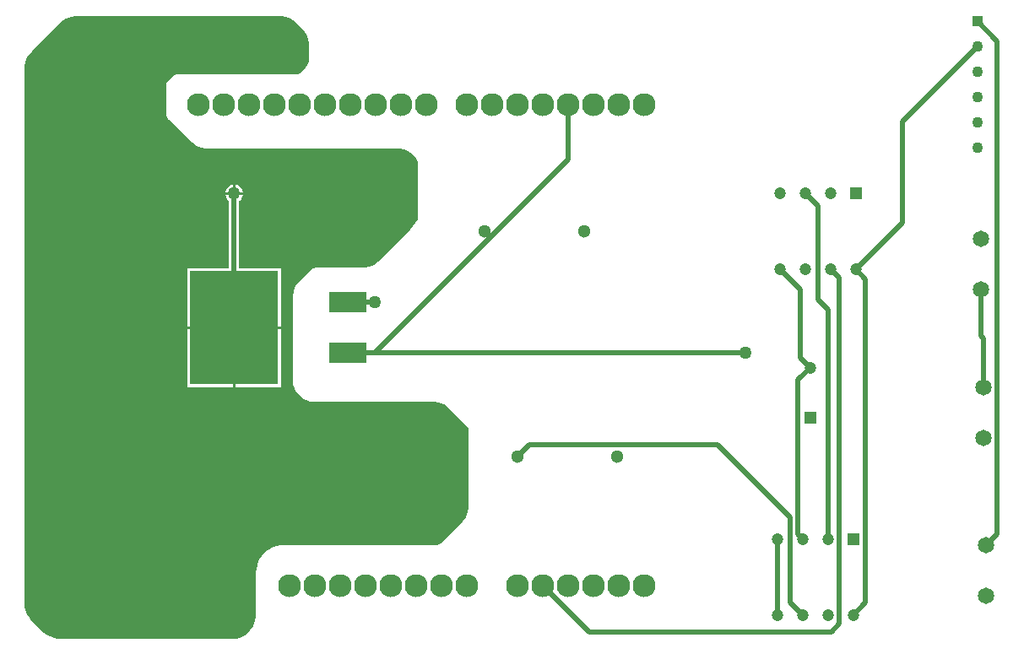
<source format=gbr>
G04*
G04 #@! TF.GenerationSoftware,Altium Limited,Altium Designer,24.10.1 (45)*
G04*
G04 Layer_Physical_Order=1*
G04 Layer_Color=255*
%FSLAX44Y44*%
%MOMM*%
G71*
G04*
G04 #@! TF.SameCoordinates,6965692F-E9A8-49B1-8EC0-743354621B2D*
G04*
G04*
G04 #@! TF.FilePolarity,Positive*
G04*
G01*
G75*
%ADD18R,3.8100X2.0800*%
%ADD19R,8.8900X11.4300*%
%ADD30C,0.5080*%
%ADD31C,1.3000*%
%ADD32C,2.3000*%
%ADD33R,1.1000X1.1000*%
%ADD34C,1.1000*%
%ADD35C,1.6500*%
%ADD36R,1.2000X1.2000*%
%ADD37C,1.2000*%
%ADD38C,1.2700*%
G36*
X871117Y1085480D02*
X875740Y1083566D01*
X879900Y1080786D01*
X881669Y1079017D01*
X881669Y1079017D01*
X888879Y1071807D01*
X891658Y1067647D01*
X893573Y1063024D01*
X894549Y1058117D01*
Y1043037D01*
X893960Y1040075D01*
X892804Y1037285D01*
X891127Y1034774D01*
X885357Y1029005D01*
X884647Y1028530D01*
X883858Y1028203D01*
X883020Y1028037D01*
X765009D01*
X763807Y1027978D01*
X761449Y1027508D01*
X759228Y1026588D01*
X757229Y1025253D01*
X756337Y1024444D01*
X751039Y1019147D01*
Y988667D01*
X751083Y987765D01*
X751435Y985996D01*
X752125Y984331D01*
X753127Y982831D01*
X753733Y982162D01*
X775350Y960546D01*
X777197Y958872D01*
X781337Y956106D01*
X785937Y954200D01*
X790820Y953229D01*
X793310Y953107D01*
X985494D01*
X989683Y952273D01*
X993628Y950639D01*
X997179Y948266D01*
X998689Y946757D01*
X999897Y945549D01*
X1001795Y942708D01*
X1003103Y939551D01*
X1003769Y936201D01*
Y934492D01*
Y881987D01*
X996149Y871827D01*
X965489Y841166D01*
X963720Y839397D01*
X959559Y836617D01*
X954937Y834703D01*
X950030Y833727D01*
X902169D01*
X901267Y833682D01*
X899771Y833384D01*
X899499Y833331D01*
X899499Y833330D01*
X897833Y832640D01*
X897833Y832640D01*
X896334Y831639D01*
X895665Y831032D01*
X895665Y831032D01*
Y831032D01*
X885479Y820846D01*
X883805Y818999D01*
X881038Y814859D01*
X879133Y810259D01*
X878161Y805375D01*
X878039Y802886D01*
Y718157D01*
X878098Y716954D01*
X878567Y714596D01*
X879487Y712375D01*
X879488Y712374D01*
X880823Y710376D01*
X881631Y709485D01*
X881631Y709484D01*
X881631Y709484D01*
X888199Y702916D01*
X889145Y702059D01*
X891265Y700642D01*
X893621Y699667D01*
X896122Y699169D01*
X897397Y699107D01*
X1019880D01*
X1024787Y698130D01*
X1029409Y696216D01*
X1033570Y693436D01*
X1035339Y691667D01*
X1035339Y691667D01*
X1054569Y672437D01*
Y595328D01*
Y592826D01*
X1053593Y587919D01*
X1051678Y583296D01*
X1050248Y581156D01*
X1047130Y577367D01*
X1047130D01*
X1047130Y577367D01*
X1027295Y557533D01*
X1025875Y556584D01*
X1024297Y555930D01*
X1022621Y555597D01*
X868240D01*
X865751Y555474D01*
X860867Y554503D01*
X856267Y552597D01*
X854116Y551160D01*
X852126Y549831D01*
X850280Y548157D01*
X850280Y548157D01*
X850278Y548156D01*
X848649Y546526D01*
X846977Y544682D01*
X846975Y544679D01*
X846853Y544497D01*
X844208Y540539D01*
X842303Y535939D01*
X841331Y531055D01*
X841209Y528565D01*
Y486108D01*
Y483606D01*
X840233Y478699D01*
X838318Y474076D01*
X836888Y471936D01*
X833770Y468147D01*
D01*
X830077Y464798D01*
X828270Y463591D01*
X825114Y462283D01*
X821763Y461617D01*
X641943D01*
X637204Y462559D01*
X632741Y464408D01*
X628723Y467093D01*
X627015Y468801D01*
Y468801D01*
X615149Y480667D01*
X613639Y482176D01*
X611267Y485727D01*
X609632Y489673D01*
X608799Y493862D01*
Y495997D01*
Y1032756D01*
Y1035257D01*
X609775Y1040164D01*
X611690Y1044787D01*
X614470Y1048947D01*
X616239Y1050716D01*
Y1050716D01*
X644540Y1079017D01*
X646309Y1080786D01*
X650469Y1083566D01*
X655091Y1085480D01*
X659998Y1086457D01*
X866210D01*
X871117Y1085480D01*
D02*
G37*
%LPC*%
G36*
X820420Y916913D02*
Y909320D01*
X828013D01*
X827434Y911481D01*
X826264Y913509D01*
X824609Y915164D01*
X822581Y916334D01*
X820420Y916913D01*
D02*
G37*
G36*
X817880D02*
X815719Y916334D01*
X813691Y915164D01*
X812036Y913509D01*
X810866Y911481D01*
X810287Y909320D01*
X817880D01*
Y916913D01*
D02*
G37*
G36*
X828013Y906780D02*
X810287D01*
X810866Y904619D01*
X812036Y902591D01*
X813691Y900936D01*
X813970Y900775D01*
Y833120D01*
X772160D01*
Y774700D01*
X819150D01*
X866140D01*
Y833120D01*
X824330D01*
Y900775D01*
X824609Y900936D01*
X826264Y902591D01*
X827434Y904619D01*
X828013Y906780D01*
D02*
G37*
G36*
X866140Y772160D02*
X820420D01*
Y713740D01*
X866140D01*
Y772160D01*
D02*
G37*
G36*
X817880D02*
X772160D01*
Y713740D01*
X817880D01*
Y772160D01*
D02*
G37*
%LPD*%
D18*
X933450Y798830D02*
D03*
Y748030D02*
D03*
D19*
X819150Y773430D02*
D03*
D30*
Y908050D01*
X1366520Y831850D02*
X1386840Y811530D01*
Y743420D02*
X1397000Y733260D01*
X1386840Y743420D02*
Y811530D01*
X960120Y748030D02*
X1332230D01*
X933450D02*
X960120D01*
X1440180Y485140D02*
X1452372Y497332D01*
Y822198D01*
X1442720Y831850D02*
X1452372Y822198D01*
X1384808Y721068D02*
X1397000Y733260D01*
X1384808Y565912D02*
Y721068D01*
Y565912D02*
X1389380Y561340D01*
X1568450Y765302D02*
Y811530D01*
Y765302D02*
X1570990Y762762D01*
Y713740D02*
Y762762D01*
X933450Y798830D02*
X960120D01*
X1103630Y643890D02*
X1115314Y655574D01*
X1304290D01*
X1376934Y582930D01*
Y497586D02*
Y582930D01*
Y497586D02*
X1389380Y485140D01*
X1417320Y831850D02*
X1425956Y823214D01*
Y476250D02*
Y823214D01*
X1418082Y468376D02*
X1425956Y476250D01*
X1175004Y468376D02*
X1418082D01*
X1129030Y514350D02*
X1175004Y468376D01*
X1154430Y942340D02*
Y996950D01*
X960120Y748030D02*
X1154430Y942340D01*
X1573530Y554990D02*
X1584452Y565912D01*
Y1060958D01*
X1564640Y1080770D02*
X1584452Y1060958D01*
X1442720Y831850D02*
X1489456Y878586D01*
Y980186D01*
X1564640Y1055370D01*
X1414780Y561340D02*
Y791718D01*
X1404620Y801878D02*
X1414780Y791718D01*
X1404620Y801878D02*
Y895350D01*
X1391920Y908050D02*
X1404620Y895350D01*
X1363980Y485140D02*
Y561340D01*
D31*
X1170610Y869950D02*
D03*
X1070610D02*
D03*
X1103630Y643890D02*
D03*
X1203630D02*
D03*
D32*
X1052830Y996950D02*
D03*
X1078230D02*
D03*
X1103630D02*
D03*
X1129030D02*
D03*
X1154430D02*
D03*
X1179830D02*
D03*
X1205230D02*
D03*
X1230630D02*
D03*
X783590D02*
D03*
X808990D02*
D03*
X834390D02*
D03*
X859790D02*
D03*
X885190D02*
D03*
X910590D02*
D03*
X935990D02*
D03*
X961390D02*
D03*
X986790D02*
D03*
X1012190D02*
D03*
X1230630Y514350D02*
D03*
X1205230D02*
D03*
X1179830D02*
D03*
X1154430D02*
D03*
X1129030D02*
D03*
X1103630D02*
D03*
X1052830D02*
D03*
X1027430D02*
D03*
X1002030D02*
D03*
X976630D02*
D03*
X951230D02*
D03*
X925830D02*
D03*
X900430D02*
D03*
X875030D02*
D03*
D33*
X1564640Y1080770D02*
D03*
D34*
Y1055370D02*
D03*
Y1029970D02*
D03*
Y1004570D02*
D03*
Y979170D02*
D03*
Y953770D02*
D03*
D35*
X1570990Y662940D02*
D03*
Y713740D02*
D03*
X1568450Y811530D02*
D03*
Y862330D02*
D03*
X1573530Y504190D02*
D03*
Y554990D02*
D03*
D36*
X1397000Y683260D02*
D03*
X1442720Y908050D02*
D03*
X1440180Y561340D02*
D03*
D37*
X1397000Y733260D02*
D03*
X1442720Y831850D02*
D03*
X1417320D02*
D03*
X1391920D02*
D03*
X1366520D02*
D03*
Y908050D02*
D03*
X1391920D02*
D03*
X1417320D02*
D03*
X1440180Y485140D02*
D03*
X1414780D02*
D03*
X1389380D02*
D03*
X1363980D02*
D03*
Y561340D02*
D03*
X1389380D02*
D03*
X1414780D02*
D03*
D38*
X1041400Y673100D02*
D03*
X1047750Y660400D02*
D03*
X1041400Y647700D02*
D03*
X1047750Y635000D02*
D03*
X1041400Y622300D02*
D03*
X1047750Y609600D02*
D03*
X1041400Y596900D02*
D03*
X1028700Y673100D02*
D03*
X1035050Y660400D02*
D03*
X1028700Y647700D02*
D03*
X1035050Y635000D02*
D03*
X1028700Y622300D02*
D03*
X1035050Y609600D02*
D03*
X1028700Y596900D02*
D03*
X1035050Y584200D02*
D03*
X1028700Y571500D02*
D03*
X1022350Y685800D02*
D03*
X1016000Y673100D02*
D03*
X1022350Y660400D02*
D03*
X1016000Y647700D02*
D03*
X1022350Y635000D02*
D03*
X1016000Y622300D02*
D03*
X1022350Y609600D02*
D03*
X1016000Y596900D02*
D03*
X1022350Y584200D02*
D03*
X1016000Y571500D02*
D03*
X1009650Y685800D02*
D03*
X1003300Y673100D02*
D03*
X1009650Y660400D02*
D03*
X1003300Y647700D02*
D03*
X1009650Y635000D02*
D03*
X1003300Y622300D02*
D03*
X1009650Y609600D02*
D03*
X1003300Y596900D02*
D03*
X1009650Y584200D02*
D03*
X1003300Y571500D02*
D03*
X990600Y901700D02*
D03*
X996950Y889000D02*
D03*
X990600Y876300D02*
D03*
X996950Y685800D02*
D03*
X990600Y673100D02*
D03*
X996950Y660400D02*
D03*
X990600Y647700D02*
D03*
X996950Y635000D02*
D03*
X990600Y622300D02*
D03*
X996950Y609600D02*
D03*
X990600Y596900D02*
D03*
X996950Y584200D02*
D03*
X990600Y571500D02*
D03*
X984250Y939800D02*
D03*
X977900Y901700D02*
D03*
X984250Y889000D02*
D03*
X977900Y876300D02*
D03*
X984250Y685800D02*
D03*
X977900Y673100D02*
D03*
X984250Y660400D02*
D03*
X977900Y647700D02*
D03*
X984250Y635000D02*
D03*
X977900Y622300D02*
D03*
X984250Y609600D02*
D03*
X977900Y596900D02*
D03*
X984250Y584200D02*
D03*
X977900Y571500D02*
D03*
X971550Y939800D02*
D03*
X965200Y901700D02*
D03*
X971550Y889000D02*
D03*
X965200Y876300D02*
D03*
X971550Y863600D02*
D03*
X965200Y850900D02*
D03*
X971550Y685800D02*
D03*
X965200Y673100D02*
D03*
X971550Y660400D02*
D03*
X965200Y647700D02*
D03*
X971550Y635000D02*
D03*
X965200Y622300D02*
D03*
X971550Y609600D02*
D03*
X965200Y596900D02*
D03*
X971550Y584200D02*
D03*
X965200Y571500D02*
D03*
X958850Y939800D02*
D03*
X952500Y901700D02*
D03*
X958850Y889000D02*
D03*
X952500Y876300D02*
D03*
X958850Y863600D02*
D03*
X952500Y850900D02*
D03*
X958850Y685800D02*
D03*
X952500Y673100D02*
D03*
X958850Y660400D02*
D03*
X952500Y647700D02*
D03*
X958850Y635000D02*
D03*
X952500Y622300D02*
D03*
X958850Y609600D02*
D03*
X952500Y596900D02*
D03*
X958850Y584200D02*
D03*
X952500Y571500D02*
D03*
X946150Y939800D02*
D03*
X939800Y901700D02*
D03*
X946150Y889000D02*
D03*
X939800Y876300D02*
D03*
X946150Y863600D02*
D03*
X939800Y850900D02*
D03*
X946150Y685800D02*
D03*
X939800Y673100D02*
D03*
X946150Y660400D02*
D03*
X939800Y647700D02*
D03*
X946150Y635000D02*
D03*
X939800Y622300D02*
D03*
X946150Y609600D02*
D03*
X939800Y596900D02*
D03*
X946150Y584200D02*
D03*
X939800Y571500D02*
D03*
X933450Y939800D02*
D03*
X927100Y901700D02*
D03*
X933450Y889000D02*
D03*
X927100Y876300D02*
D03*
X933450Y863600D02*
D03*
X927100Y850900D02*
D03*
X933450Y685800D02*
D03*
X927100Y673100D02*
D03*
X933450Y660400D02*
D03*
X927100Y647700D02*
D03*
X933450Y635000D02*
D03*
X927100Y622300D02*
D03*
X933450Y609600D02*
D03*
X927100Y596900D02*
D03*
X933450Y584200D02*
D03*
X927100Y571500D02*
D03*
X920750Y939800D02*
D03*
X914400Y901700D02*
D03*
X920750Y889000D02*
D03*
X914400Y876300D02*
D03*
X920750Y863600D02*
D03*
X914400Y850900D02*
D03*
X920750Y685800D02*
D03*
X914400Y673100D02*
D03*
X920750Y660400D02*
D03*
X914400Y647700D02*
D03*
X920750Y635000D02*
D03*
X914400Y622300D02*
D03*
X920750Y609600D02*
D03*
X914400Y596900D02*
D03*
X920750Y584200D02*
D03*
X914400Y571500D02*
D03*
X908050Y939800D02*
D03*
X901700Y901700D02*
D03*
X908050Y889000D02*
D03*
X901700Y876300D02*
D03*
X908050Y863600D02*
D03*
X901700Y850900D02*
D03*
X908050Y685800D02*
D03*
X901700Y673100D02*
D03*
X908050Y660400D02*
D03*
X901700Y647700D02*
D03*
X908050Y635000D02*
D03*
X901700Y622300D02*
D03*
X908050Y609600D02*
D03*
X901700Y596900D02*
D03*
X908050Y584200D02*
D03*
X901700Y571500D02*
D03*
X895350Y939800D02*
D03*
X889000Y901700D02*
D03*
X895350Y889000D02*
D03*
X889000Y876300D02*
D03*
X895350Y863600D02*
D03*
X889000Y850900D02*
D03*
X895350Y685800D02*
D03*
X889000Y673100D02*
D03*
X895350Y660400D02*
D03*
X889000Y647700D02*
D03*
X895350Y635000D02*
D03*
X889000Y622300D02*
D03*
X895350Y609600D02*
D03*
X889000Y596900D02*
D03*
X895350Y584200D02*
D03*
X889000Y571500D02*
D03*
X882650Y1066800D02*
D03*
X876300Y1054100D02*
D03*
X882650Y1041400D02*
D03*
Y939800D02*
D03*
X876300Y901700D02*
D03*
X882650Y889000D02*
D03*
X876300Y876300D02*
D03*
X882650Y863600D02*
D03*
X876300Y850900D02*
D03*
X882650Y838200D02*
D03*
X876300Y825500D02*
D03*
Y698500D02*
D03*
X882650Y685800D02*
D03*
X876300Y673100D02*
D03*
X882650Y660400D02*
D03*
X876300Y647700D02*
D03*
X882650Y635000D02*
D03*
X876300Y622300D02*
D03*
X882650Y609600D02*
D03*
X876300Y596900D02*
D03*
X882650Y584200D02*
D03*
X876300Y571500D02*
D03*
X863600Y1079500D02*
D03*
X869950Y1066800D02*
D03*
X863600Y1054100D02*
D03*
X869950Y1041400D02*
D03*
Y939800D02*
D03*
X863600Y901700D02*
D03*
X869950Y889000D02*
D03*
X863600Y876300D02*
D03*
X869950Y863600D02*
D03*
X863600Y850900D02*
D03*
Y698500D02*
D03*
X869950Y685800D02*
D03*
X863600Y673100D02*
D03*
X869950Y660400D02*
D03*
X863600Y647700D02*
D03*
X869950Y635000D02*
D03*
X863600Y622300D02*
D03*
X869950Y609600D02*
D03*
X863600Y596900D02*
D03*
X869950Y584200D02*
D03*
X863600Y571500D02*
D03*
X850900Y1079500D02*
D03*
X857250Y1066800D02*
D03*
X850900Y1054100D02*
D03*
X857250Y1041400D02*
D03*
Y939800D02*
D03*
X850900Y901700D02*
D03*
X857250Y889000D02*
D03*
X850900Y876300D02*
D03*
X857250Y863600D02*
D03*
X850900Y850900D02*
D03*
Y698500D02*
D03*
X857250Y685800D02*
D03*
X850900Y673100D02*
D03*
X857250Y660400D02*
D03*
X850900Y647700D02*
D03*
X857250Y635000D02*
D03*
X850900Y622300D02*
D03*
X857250Y609600D02*
D03*
X850900Y596900D02*
D03*
X857250Y584200D02*
D03*
X850900Y571500D02*
D03*
X838200Y1079500D02*
D03*
X844550Y1066800D02*
D03*
X838200Y1054100D02*
D03*
X844550Y1041400D02*
D03*
Y939800D02*
D03*
X838200Y901700D02*
D03*
X844550Y889000D02*
D03*
X838200Y876300D02*
D03*
X844550Y863600D02*
D03*
X838200Y850900D02*
D03*
Y698500D02*
D03*
X844550Y685800D02*
D03*
X838200Y673100D02*
D03*
X844550Y660400D02*
D03*
X838200Y647700D02*
D03*
X844550Y635000D02*
D03*
X838200Y622300D02*
D03*
X844550Y609600D02*
D03*
X838200Y596900D02*
D03*
X844550Y584200D02*
D03*
X838200Y571500D02*
D03*
X844550Y558800D02*
D03*
X838200Y546100D02*
D03*
X825500Y1079500D02*
D03*
X831850Y1066800D02*
D03*
X825500Y1054100D02*
D03*
X831850Y1041400D02*
D03*
Y939800D02*
D03*
Y889000D02*
D03*
Y863600D02*
D03*
X825500Y698500D02*
D03*
X831850Y685800D02*
D03*
X825500Y673100D02*
D03*
X831850Y660400D02*
D03*
X825500Y647700D02*
D03*
X831850Y635000D02*
D03*
X825500Y622300D02*
D03*
X831850Y609600D02*
D03*
X825500Y596900D02*
D03*
X831850Y584200D02*
D03*
X825500Y571500D02*
D03*
X831850Y558800D02*
D03*
X825500Y546100D02*
D03*
X831850Y533400D02*
D03*
X825500Y520700D02*
D03*
X831850Y508000D02*
D03*
X825500Y495300D02*
D03*
X831850Y482600D02*
D03*
X825500Y469900D02*
D03*
X812800Y1079500D02*
D03*
X819150Y1066800D02*
D03*
X812800Y1054100D02*
D03*
X819150Y1041400D02*
D03*
Y939800D02*
D03*
X812800Y927100D02*
D03*
Y698500D02*
D03*
X819150Y685800D02*
D03*
X812800Y673100D02*
D03*
X819150Y660400D02*
D03*
X812800Y647700D02*
D03*
X819150Y635000D02*
D03*
X812800Y622300D02*
D03*
X819150Y609600D02*
D03*
X812800Y596900D02*
D03*
X819150Y584200D02*
D03*
X812800Y571500D02*
D03*
X819150Y558800D02*
D03*
X812800Y546100D02*
D03*
X819150Y533400D02*
D03*
X812800Y520700D02*
D03*
X819150Y508000D02*
D03*
X812800Y495300D02*
D03*
X819150Y482600D02*
D03*
X812800Y469900D02*
D03*
X800100Y1079500D02*
D03*
X806450Y1066800D02*
D03*
X800100Y1054100D02*
D03*
X806450Y1041400D02*
D03*
Y939800D02*
D03*
X800100Y927100D02*
D03*
Y901700D02*
D03*
X806450Y889000D02*
D03*
X800100Y876300D02*
D03*
X806450Y863600D02*
D03*
X800100Y850900D02*
D03*
Y698500D02*
D03*
X806450Y685800D02*
D03*
X800100Y673100D02*
D03*
X806450Y660400D02*
D03*
X800100Y647700D02*
D03*
X806450Y635000D02*
D03*
X800100Y622300D02*
D03*
X806450Y609600D02*
D03*
X800100Y596900D02*
D03*
X806450Y584200D02*
D03*
X800100Y571500D02*
D03*
X806450Y558800D02*
D03*
X800100Y546100D02*
D03*
X806450Y533400D02*
D03*
X800100Y520700D02*
D03*
X806450Y508000D02*
D03*
X800100Y495300D02*
D03*
X806450Y482600D02*
D03*
X800100Y469900D02*
D03*
X787400Y1079500D02*
D03*
X793750Y1066800D02*
D03*
X787400Y1054100D02*
D03*
X793750Y1041400D02*
D03*
Y939800D02*
D03*
X787400Y927100D02*
D03*
X793750Y914400D02*
D03*
X787400Y901700D02*
D03*
X793750Y889000D02*
D03*
X787400Y876300D02*
D03*
X793750Y863600D02*
D03*
X787400Y850900D02*
D03*
Y698500D02*
D03*
X793750Y685800D02*
D03*
X787400Y673100D02*
D03*
X793750Y660400D02*
D03*
X787400Y647700D02*
D03*
X793750Y635000D02*
D03*
X787400Y622300D02*
D03*
X793750Y609600D02*
D03*
X787400Y596900D02*
D03*
X793750Y584200D02*
D03*
X787400Y571500D02*
D03*
X793750Y558800D02*
D03*
X787400Y546100D02*
D03*
X793750Y533400D02*
D03*
X787400Y520700D02*
D03*
X793750Y508000D02*
D03*
X787400Y495300D02*
D03*
X793750Y482600D02*
D03*
X787400Y469900D02*
D03*
X774700Y1079500D02*
D03*
X781050Y1066800D02*
D03*
X774700Y1054100D02*
D03*
X781050Y1041400D02*
D03*
X774700Y952500D02*
D03*
X781050Y939800D02*
D03*
X774700Y927100D02*
D03*
X781050Y914400D02*
D03*
X774700Y901700D02*
D03*
X781050Y889000D02*
D03*
X774700Y876300D02*
D03*
X781050Y863600D02*
D03*
X774700Y850900D02*
D03*
Y698500D02*
D03*
X781050Y685800D02*
D03*
X774700Y673100D02*
D03*
X781050Y660400D02*
D03*
X774700Y647700D02*
D03*
X781050Y635000D02*
D03*
X774700Y622300D02*
D03*
X781050Y609600D02*
D03*
X774700Y596900D02*
D03*
X781050Y584200D02*
D03*
X774700Y571500D02*
D03*
X781050Y558800D02*
D03*
X774700Y546100D02*
D03*
X781050Y533400D02*
D03*
X774700Y520700D02*
D03*
X781050Y508000D02*
D03*
X774700Y495300D02*
D03*
X781050Y482600D02*
D03*
X774700Y469900D02*
D03*
X762000Y1079500D02*
D03*
X768350Y1066800D02*
D03*
X762000Y1054100D02*
D03*
X768350Y1041400D02*
D03*
X762000Y952500D02*
D03*
X768350Y939800D02*
D03*
X762000Y927100D02*
D03*
X768350Y914400D02*
D03*
X762000Y901700D02*
D03*
X768350Y889000D02*
D03*
X762000Y876300D02*
D03*
X768350Y863600D02*
D03*
X762000Y850900D02*
D03*
Y825500D02*
D03*
Y800100D02*
D03*
Y774700D02*
D03*
Y749300D02*
D03*
Y723900D02*
D03*
Y698500D02*
D03*
X768350Y685800D02*
D03*
X762000Y673100D02*
D03*
X768350Y660400D02*
D03*
X762000Y647700D02*
D03*
X768350Y635000D02*
D03*
X762000Y622300D02*
D03*
X768350Y609600D02*
D03*
X762000Y596900D02*
D03*
X768350Y584200D02*
D03*
X762000Y571500D02*
D03*
X768350Y558800D02*
D03*
X762000Y546100D02*
D03*
X768350Y533400D02*
D03*
X762000Y520700D02*
D03*
X768350Y508000D02*
D03*
X762000Y495300D02*
D03*
X768350Y482600D02*
D03*
X762000Y469900D02*
D03*
X749300Y1079500D02*
D03*
X755650Y1066800D02*
D03*
X749300Y1054100D02*
D03*
X755650Y1041400D02*
D03*
X749300Y1028700D02*
D03*
X755650Y965200D02*
D03*
X749300Y952500D02*
D03*
X755650Y939800D02*
D03*
X749300Y927100D02*
D03*
X755650Y914400D02*
D03*
X749300Y901700D02*
D03*
X755650Y889000D02*
D03*
X749300Y876300D02*
D03*
X755650Y863600D02*
D03*
X749300Y850900D02*
D03*
X755650Y838200D02*
D03*
X749300Y825500D02*
D03*
X755650Y812800D02*
D03*
X749300Y800100D02*
D03*
X755650Y787400D02*
D03*
X749300Y774700D02*
D03*
X755650Y762000D02*
D03*
X749300Y749300D02*
D03*
X755650Y736600D02*
D03*
X749300Y723900D02*
D03*
X755650Y711200D02*
D03*
X749300Y698500D02*
D03*
X755650Y685800D02*
D03*
X749300Y673100D02*
D03*
X755650Y660400D02*
D03*
X749300Y647700D02*
D03*
X755650Y635000D02*
D03*
X749300Y622300D02*
D03*
X755650Y609600D02*
D03*
X749300Y596900D02*
D03*
X755650Y584200D02*
D03*
X749300Y571500D02*
D03*
X755650Y558800D02*
D03*
X749300Y546100D02*
D03*
X755650Y533400D02*
D03*
X749300Y520700D02*
D03*
X755650Y508000D02*
D03*
X749300Y495300D02*
D03*
X755650Y482600D02*
D03*
X749300Y469900D02*
D03*
X736600Y1079500D02*
D03*
X742950Y1066800D02*
D03*
X736600Y1054100D02*
D03*
X742950Y1041400D02*
D03*
X736600Y1028700D02*
D03*
X742950Y1016000D02*
D03*
X736600Y1003300D02*
D03*
X742950Y990600D02*
D03*
X736600Y977900D02*
D03*
X742950Y965200D02*
D03*
X736600Y952500D02*
D03*
X742950Y939800D02*
D03*
X736600Y927100D02*
D03*
X742950Y914400D02*
D03*
X736600Y901700D02*
D03*
X742950Y889000D02*
D03*
X736600Y876300D02*
D03*
X742950Y863600D02*
D03*
X736600Y850900D02*
D03*
X742950Y838200D02*
D03*
X736600Y825500D02*
D03*
X742950Y812800D02*
D03*
X736600Y800100D02*
D03*
X742950Y787400D02*
D03*
X736600Y774700D02*
D03*
X742950Y762000D02*
D03*
X736600Y749300D02*
D03*
X742950Y736600D02*
D03*
X736600Y723900D02*
D03*
X742950Y711200D02*
D03*
X736600Y698500D02*
D03*
X742950Y685800D02*
D03*
X736600Y673100D02*
D03*
X742950Y660400D02*
D03*
X736600Y647700D02*
D03*
X742950Y635000D02*
D03*
X736600Y622300D02*
D03*
X742950Y609600D02*
D03*
X736600Y596900D02*
D03*
X742950Y584200D02*
D03*
X736600Y571500D02*
D03*
X742950Y558800D02*
D03*
X736600Y546100D02*
D03*
X742950Y533400D02*
D03*
X736600Y520700D02*
D03*
X742950Y508000D02*
D03*
X736600Y495300D02*
D03*
X742950Y482600D02*
D03*
X736600Y469900D02*
D03*
X723900Y1079500D02*
D03*
X730250Y1066800D02*
D03*
X723900Y1054100D02*
D03*
X730250Y1041400D02*
D03*
X723900Y1028700D02*
D03*
X730250Y1016000D02*
D03*
X723900Y1003300D02*
D03*
X730250Y990600D02*
D03*
X723900Y977900D02*
D03*
X730250Y965200D02*
D03*
X723900Y952500D02*
D03*
X730250Y939800D02*
D03*
X723900Y927100D02*
D03*
X730250Y914400D02*
D03*
X723900Y901700D02*
D03*
X730250Y889000D02*
D03*
X723900Y876300D02*
D03*
X730250Y863600D02*
D03*
X723900Y850900D02*
D03*
X730250Y838200D02*
D03*
X723900Y825500D02*
D03*
X730250Y812800D02*
D03*
X723900Y800100D02*
D03*
X730250Y787400D02*
D03*
X723900Y774700D02*
D03*
X730250Y762000D02*
D03*
X723900Y749300D02*
D03*
X730250Y736600D02*
D03*
X723900Y723900D02*
D03*
X730250Y711200D02*
D03*
X723900Y698500D02*
D03*
X730250Y685800D02*
D03*
X723900Y673100D02*
D03*
X730250Y660400D02*
D03*
X723900Y647700D02*
D03*
X730250Y635000D02*
D03*
X723900Y622300D02*
D03*
X730250Y609600D02*
D03*
X723900Y596900D02*
D03*
X730250Y584200D02*
D03*
X723900Y571500D02*
D03*
X730250Y558800D02*
D03*
X723900Y546100D02*
D03*
X730250Y533400D02*
D03*
X723900Y520700D02*
D03*
X730250Y508000D02*
D03*
X723900Y495300D02*
D03*
X730250Y482600D02*
D03*
X723900Y469900D02*
D03*
X711200Y1079500D02*
D03*
X717550Y1066800D02*
D03*
X711200Y1054100D02*
D03*
X717550Y1041400D02*
D03*
X711200Y1028700D02*
D03*
X717550Y1016000D02*
D03*
X711200Y1003300D02*
D03*
X717550Y990600D02*
D03*
X711200Y977900D02*
D03*
X717550Y965200D02*
D03*
X711200Y952500D02*
D03*
X717550Y939800D02*
D03*
X711200Y927100D02*
D03*
X717550Y914400D02*
D03*
X711200Y901700D02*
D03*
X717550Y889000D02*
D03*
X711200Y876300D02*
D03*
X717550Y863600D02*
D03*
X711200Y850900D02*
D03*
X717550Y838200D02*
D03*
X711200Y825500D02*
D03*
X717550Y812800D02*
D03*
X711200Y800100D02*
D03*
X717550Y787400D02*
D03*
X711200Y774700D02*
D03*
X717550Y762000D02*
D03*
X711200Y749300D02*
D03*
X717550Y736600D02*
D03*
X711200Y723900D02*
D03*
X717550Y711200D02*
D03*
X711200Y698500D02*
D03*
X717550Y685800D02*
D03*
X711200Y673100D02*
D03*
X717550Y660400D02*
D03*
X711200Y647700D02*
D03*
X717550Y635000D02*
D03*
X711200Y622300D02*
D03*
X717550Y609600D02*
D03*
X711200Y596900D02*
D03*
X717550Y584200D02*
D03*
X711200Y571500D02*
D03*
X717550Y558800D02*
D03*
X711200Y546100D02*
D03*
X717550Y533400D02*
D03*
X711200Y520700D02*
D03*
X717550Y508000D02*
D03*
X711200Y495300D02*
D03*
X717550Y482600D02*
D03*
X711200Y469900D02*
D03*
X698500Y1079500D02*
D03*
X704850Y1066800D02*
D03*
X698500Y1054100D02*
D03*
X704850Y1041400D02*
D03*
X698500Y1028700D02*
D03*
X704850Y1016000D02*
D03*
X698500Y1003300D02*
D03*
X704850Y990600D02*
D03*
X698500Y977900D02*
D03*
X704850Y965200D02*
D03*
X698500Y952500D02*
D03*
X704850Y939800D02*
D03*
X698500Y927100D02*
D03*
X704850Y914400D02*
D03*
X698500Y901700D02*
D03*
X704850Y889000D02*
D03*
X698500Y876300D02*
D03*
X704850Y863600D02*
D03*
X698500Y850900D02*
D03*
X704850Y838200D02*
D03*
X698500Y825500D02*
D03*
X704850Y812800D02*
D03*
X698500Y800100D02*
D03*
X704850Y787400D02*
D03*
X698500Y774700D02*
D03*
X704850Y762000D02*
D03*
X698500Y749300D02*
D03*
X704850Y736600D02*
D03*
X698500Y723900D02*
D03*
X704850Y711200D02*
D03*
X698500Y698500D02*
D03*
X704850Y685800D02*
D03*
X698500Y673100D02*
D03*
X704850Y660400D02*
D03*
X698500Y647700D02*
D03*
X704850Y635000D02*
D03*
X698500Y622300D02*
D03*
X704850Y609600D02*
D03*
X698500Y596900D02*
D03*
X704850Y584200D02*
D03*
X698500Y571500D02*
D03*
X704850Y558800D02*
D03*
X698500Y546100D02*
D03*
X704850Y533400D02*
D03*
X698500Y520700D02*
D03*
X704850Y508000D02*
D03*
X698500Y495300D02*
D03*
X704850Y482600D02*
D03*
X698500Y469900D02*
D03*
X685800Y1079500D02*
D03*
X692150Y1066800D02*
D03*
X685800Y1054100D02*
D03*
X692150Y1041400D02*
D03*
X685800Y1028700D02*
D03*
X692150Y1016000D02*
D03*
X685800Y1003300D02*
D03*
X692150Y990600D02*
D03*
X685800Y977900D02*
D03*
X692150Y965200D02*
D03*
X685800Y952500D02*
D03*
X692150Y939800D02*
D03*
X685800Y927100D02*
D03*
X692150Y914400D02*
D03*
X685800Y901700D02*
D03*
X692150Y889000D02*
D03*
X685800Y876300D02*
D03*
X692150Y863600D02*
D03*
X685800Y850900D02*
D03*
X692150Y838200D02*
D03*
X685800Y825500D02*
D03*
X692150Y812800D02*
D03*
X685800Y800100D02*
D03*
X692150Y787400D02*
D03*
X685800Y774700D02*
D03*
X692150Y762000D02*
D03*
X685800Y749300D02*
D03*
X692150Y736600D02*
D03*
X685800Y723900D02*
D03*
X692150Y711200D02*
D03*
X685800Y698500D02*
D03*
X692150Y685800D02*
D03*
X685800Y673100D02*
D03*
X692150Y660400D02*
D03*
X685800Y647700D02*
D03*
X692150Y635000D02*
D03*
X685800Y622300D02*
D03*
X692150Y609600D02*
D03*
X685800Y596900D02*
D03*
X692150Y584200D02*
D03*
X685800Y571500D02*
D03*
X692150Y558800D02*
D03*
X685800Y546100D02*
D03*
X692150Y533400D02*
D03*
X685800Y520700D02*
D03*
X692150Y508000D02*
D03*
X685800Y495300D02*
D03*
X692150Y482600D02*
D03*
X685800Y469900D02*
D03*
X673100Y1079500D02*
D03*
X679450Y1066800D02*
D03*
X673100Y1054100D02*
D03*
X679450Y1041400D02*
D03*
X673100Y1028700D02*
D03*
X679450Y1016000D02*
D03*
X673100Y1003300D02*
D03*
X679450Y990600D02*
D03*
X673100Y977900D02*
D03*
X679450Y965200D02*
D03*
X673100Y952500D02*
D03*
X679450Y939800D02*
D03*
X673100Y927100D02*
D03*
X679450Y914400D02*
D03*
X673100Y901700D02*
D03*
X679450Y889000D02*
D03*
X673100Y876300D02*
D03*
X679450Y863600D02*
D03*
X673100Y850900D02*
D03*
X679450Y838200D02*
D03*
X673100Y825500D02*
D03*
X679450Y812800D02*
D03*
X673100Y800100D02*
D03*
X679450Y787400D02*
D03*
X673100Y774700D02*
D03*
X679450Y762000D02*
D03*
X673100Y749300D02*
D03*
X679450Y736600D02*
D03*
X673100Y723900D02*
D03*
X679450Y711200D02*
D03*
X673100Y698500D02*
D03*
X679450Y685800D02*
D03*
X673100Y673100D02*
D03*
X679450Y660400D02*
D03*
X673100Y647700D02*
D03*
X679450Y635000D02*
D03*
X673100Y622300D02*
D03*
X679450Y609600D02*
D03*
X673100Y596900D02*
D03*
X679450Y584200D02*
D03*
X673100Y571500D02*
D03*
X679450Y558800D02*
D03*
X673100Y546100D02*
D03*
X679450Y533400D02*
D03*
X673100Y520700D02*
D03*
X679450Y508000D02*
D03*
X673100Y495300D02*
D03*
X679450Y482600D02*
D03*
X673100Y469900D02*
D03*
X660400Y1079500D02*
D03*
X666750Y1066800D02*
D03*
X660400Y1054100D02*
D03*
X666750Y1041400D02*
D03*
X660400Y1028700D02*
D03*
X666750Y1016000D02*
D03*
X660400Y1003300D02*
D03*
X666750Y990600D02*
D03*
X660400Y977900D02*
D03*
X666750Y965200D02*
D03*
X660400Y952500D02*
D03*
X666750Y939800D02*
D03*
X660400Y927100D02*
D03*
X666750Y914400D02*
D03*
X660400Y901700D02*
D03*
X666750Y889000D02*
D03*
X660400Y876300D02*
D03*
X666750Y863600D02*
D03*
X660400Y850900D02*
D03*
X666750Y838200D02*
D03*
X660400Y825500D02*
D03*
X666750Y812800D02*
D03*
X660400Y800100D02*
D03*
X666750Y787400D02*
D03*
X660400Y774700D02*
D03*
X666750Y762000D02*
D03*
X660400Y749300D02*
D03*
X666750Y736600D02*
D03*
X660400Y723900D02*
D03*
X666750Y711200D02*
D03*
X660400Y698500D02*
D03*
X666750Y685800D02*
D03*
X660400Y673100D02*
D03*
X666750Y660400D02*
D03*
X660400Y647700D02*
D03*
X666750Y635000D02*
D03*
X660400Y622300D02*
D03*
X666750Y609600D02*
D03*
X660400Y596900D02*
D03*
X666750Y584200D02*
D03*
X660400Y571500D02*
D03*
X666750Y558800D02*
D03*
X660400Y546100D02*
D03*
X666750Y533400D02*
D03*
X660400Y520700D02*
D03*
X666750Y508000D02*
D03*
X660400Y495300D02*
D03*
X666750Y482600D02*
D03*
X660400Y469900D02*
D03*
X654050Y1066800D02*
D03*
X647700Y1054100D02*
D03*
X654050Y1041400D02*
D03*
X647700Y1028700D02*
D03*
X654050Y1016000D02*
D03*
X647700Y1003300D02*
D03*
X654050Y990600D02*
D03*
X647700Y977900D02*
D03*
X654050Y965200D02*
D03*
X647700Y952500D02*
D03*
X654050Y939800D02*
D03*
X647700Y927100D02*
D03*
X654050Y914400D02*
D03*
X647700Y901700D02*
D03*
X654050Y889000D02*
D03*
X647700Y876300D02*
D03*
X654050Y863600D02*
D03*
X647700Y850900D02*
D03*
X654050Y838200D02*
D03*
X647700Y825500D02*
D03*
X654050Y812800D02*
D03*
X647700Y800100D02*
D03*
X654050Y787400D02*
D03*
X647700Y774700D02*
D03*
X654050Y762000D02*
D03*
X647700Y749300D02*
D03*
X654050Y736600D02*
D03*
X647700Y723900D02*
D03*
X654050Y711200D02*
D03*
X647700Y698500D02*
D03*
X654050Y685800D02*
D03*
X647700Y673100D02*
D03*
X654050Y660400D02*
D03*
X647700Y647700D02*
D03*
X654050Y635000D02*
D03*
X647700Y622300D02*
D03*
X654050Y609600D02*
D03*
X647700Y596900D02*
D03*
X654050Y584200D02*
D03*
X647700Y571500D02*
D03*
X654050Y558800D02*
D03*
X647700Y546100D02*
D03*
X654050Y533400D02*
D03*
X647700Y520700D02*
D03*
X654050Y508000D02*
D03*
X647700Y495300D02*
D03*
X654050Y482600D02*
D03*
X647700Y469900D02*
D03*
X635000Y1054100D02*
D03*
X641350Y1041400D02*
D03*
X635000Y1028700D02*
D03*
X641350Y1016000D02*
D03*
X635000Y1003300D02*
D03*
X641350Y990600D02*
D03*
X635000Y977900D02*
D03*
X641350Y965200D02*
D03*
X635000Y952500D02*
D03*
X641350Y939800D02*
D03*
X635000Y927100D02*
D03*
X641350Y914400D02*
D03*
X635000Y901700D02*
D03*
X641350Y889000D02*
D03*
X635000Y876300D02*
D03*
X641350Y863600D02*
D03*
X635000Y850900D02*
D03*
X641350Y838200D02*
D03*
X635000Y825500D02*
D03*
X641350Y812800D02*
D03*
X635000Y800100D02*
D03*
X641350Y787400D02*
D03*
X635000Y774700D02*
D03*
X641350Y762000D02*
D03*
X635000Y749300D02*
D03*
X641350Y736600D02*
D03*
X635000Y723900D02*
D03*
X641350Y711200D02*
D03*
X635000Y698500D02*
D03*
X641350Y685800D02*
D03*
X635000Y673100D02*
D03*
X641350Y660400D02*
D03*
X635000Y647700D02*
D03*
X641350Y635000D02*
D03*
X635000Y622300D02*
D03*
X641350Y609600D02*
D03*
X635000Y596900D02*
D03*
X641350Y584200D02*
D03*
X635000Y571500D02*
D03*
X641350Y558800D02*
D03*
X635000Y546100D02*
D03*
X641350Y533400D02*
D03*
X635000Y520700D02*
D03*
X641350Y508000D02*
D03*
X635000Y495300D02*
D03*
X641350Y482600D02*
D03*
X628650Y1041400D02*
D03*
X622300Y1028700D02*
D03*
X628650Y1016000D02*
D03*
X622300Y1003300D02*
D03*
X628650Y990600D02*
D03*
X622300Y977900D02*
D03*
X628650Y965200D02*
D03*
X622300Y952500D02*
D03*
X628650Y939800D02*
D03*
X622300Y927100D02*
D03*
X628650Y914400D02*
D03*
X622300Y901700D02*
D03*
X628650Y889000D02*
D03*
X622300Y876300D02*
D03*
X628650Y863600D02*
D03*
X622300Y850900D02*
D03*
X628650Y838200D02*
D03*
X622300Y825500D02*
D03*
X628650Y812800D02*
D03*
X622300Y800100D02*
D03*
X628650Y787400D02*
D03*
X622300Y774700D02*
D03*
X628650Y762000D02*
D03*
X622300Y749300D02*
D03*
X628650Y736600D02*
D03*
X622300Y723900D02*
D03*
X628650Y711200D02*
D03*
X622300Y698500D02*
D03*
X628650Y685800D02*
D03*
X622300Y673100D02*
D03*
X628650Y660400D02*
D03*
X622300Y647700D02*
D03*
X628650Y635000D02*
D03*
X622300Y622300D02*
D03*
X628650Y609600D02*
D03*
X622300Y596900D02*
D03*
X628650Y584200D02*
D03*
X622300Y571500D02*
D03*
X628650Y558800D02*
D03*
X622300Y546100D02*
D03*
X628650Y533400D02*
D03*
X622300Y520700D02*
D03*
X628650Y508000D02*
D03*
X622300Y495300D02*
D03*
X628650Y482600D02*
D03*
X1332230Y748030D02*
D03*
X819150Y908050D02*
D03*
X960120Y798830D02*
D03*
M02*

</source>
